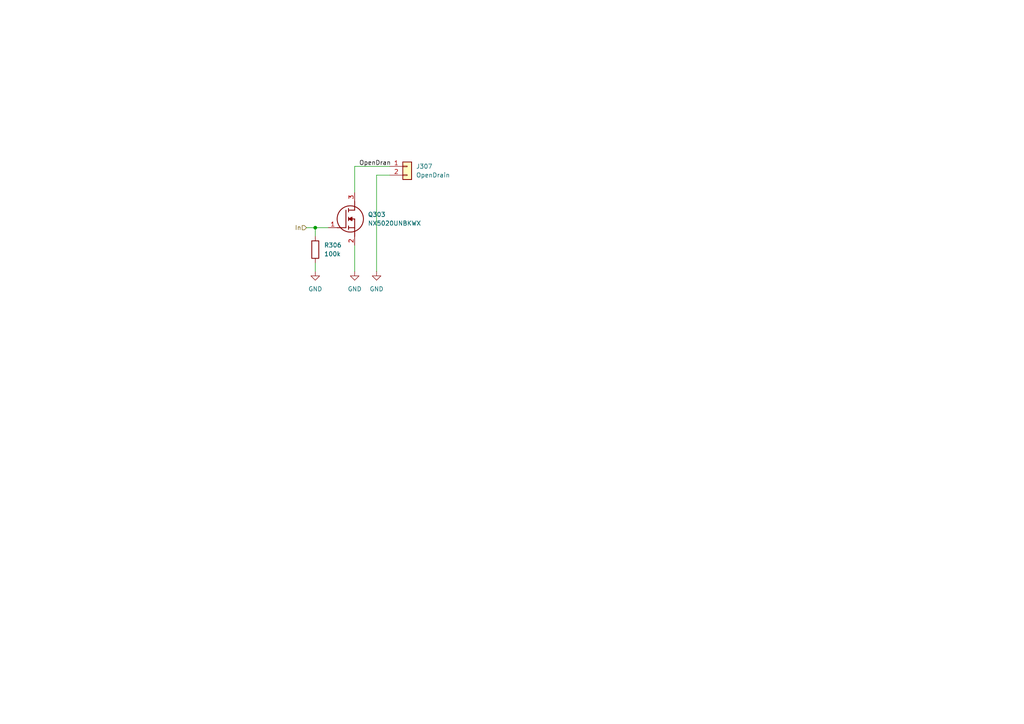
<source format=kicad_sch>
(kicad_sch (version 20250114) (generator "eeschema") (generator_version "9.0")
  (paper "A4")
  (lib_symbols
    (symbol "Connector_Generic:Conn_01x02" (pin_names (offset 1.016) (hide yes))
      (property "Reference" "J" (at 0 2.54 0))
      (property "Value" "Conn_01x02" (at 0 -5.08 0))
      (symbol "Conn_01x02_1_1"
        (rectangle (start -1.27 1.27) (end 1.27 -3.81) (stroke (width 0.254)) (fill (type background)))
        (rectangle (start -1.27 0.127) (end 0 -0.127) (stroke (width 0.1524)))
        (rectangle (start -1.27 -2.413) (end 0 -2.667) (stroke (width 0.1524)))
        (pin passive line (at -5.08 0 0) (length 3.81) (name "Pin_1") (number "1"))
        (pin passive line (at -5.08 -2.54 0) (length 3.81) (name "Pin_2") (number "2"))
      )
    )
    (symbol "Device:R" (pin_numbers (hide yes)) (pin_names (offset 0))
      (property "Reference" "R" (at 2.032 0 90))
      (property "Value" "R" (at 0 0 90))
      (symbol "R_0_1"
        (rectangle (start -1.016 -2.54) (end 1.016 2.54) (stroke (width 0.254)))
      )
      (symbol "R_1_1"
        (pin passive line (at 0 3.81 270) (length 1.27) (name "~") (number "1"))
        (pin passive line (at 0 -3.81 90) (length 1.27) (name "~") (number "2"))
      )
    )
    (symbol "SamacSys_Parts:NX5020UNBKWX" (pin_names (hide yes))
      (property "Reference" "Q" (at 11.43 3.81 0))
      (property "Value" "NX5020UNBKWX" (at 11.43 1.27 0))
      (symbol "NX5020UNBKWX_1_1"
        (polyline (pts (xy 2.54 0) (xy 5.08 0)) (stroke (width 0.254)))
        (polyline (pts (xy 5.08 5.08) (xy 5.08 0)) (stroke (width 0.254)))
        (polyline (pts (xy 5.842 5.588) (xy 5.842 4.572)) (stroke (width 0.254)))
        (polyline (pts (xy 5.842 2.54) (xy 6.858 3.048) (xy 6.858 2.032) (xy 5.842 2.54)) (stroke (width 0.254)) (fill (type outline)))
        (polyline (pts (xy 5.842 2.032) (xy 5.842 3.048)) (stroke (width 0.254)))
        (polyline (pts (xy 5.842 0) (xy 7.62 0)) (stroke (width 0.254)))
        (polyline (pts (xy 5.842 -0.508) (xy 5.842 0.508)) (stroke (width 0.254)))
        (circle (center 6.35 2.54) (radius 3.81) (stroke (width 0.254)))
        (polyline (pts (xy 7.62 5.08) (xy 5.842 5.08)) (stroke (width 0.254)))
        (polyline (pts (xy 7.62 5.08) (xy 7.62 7.62)) (stroke (width 0.254)))
        (polyline (pts (xy 7.62 2.54) (xy 5.842 2.54)) (stroke (width 0.254)))
        (polyline (pts (xy 7.62 2.54) (xy 7.62 -2.54)) (stroke (width 0.254)))
        (pin passive line (at 0 0 0) (length 2.54) (name "G") (number "1"))
        (pin passive line (at 7.62 10.16 270) (length 2.54) (name "D") (number "3"))
        (pin passive line (at 7.62 -5.08 90) (length 2.54) (name "S") (number "2"))
      )
    )
    (symbol "power:GND" (power) (pin_numbers (hide yes)) (pin_names (offset 0) (hide yes))
      (property "Value" "GND" (at 0 -3.81 0))
      (symbol "GND_0_1"
        (polyline (pts (xy 0 0) (xy 0 -1.27) (xy 1.27 -1.27) (xy 0 -2.54) (xy -1.27 -1.27) (xy 0 -1.27)))
      )
      (symbol "GND_1_1"
        (pin power_in line (at 0 0 270) (length 0) (name "~") (number "1"))
      )
    )
  )
  (junction (at 91.44 66.04))
  (wire (pts (xy 109.22 50.8) (xy 109.22 78.74)))
  (wire (pts (xy 102.87 55.88) (xy 102.87 48.26)))
  (wire (pts (xy 88.9 66.04) (xy 91.44 66.04)))
  (wire (pts (xy 102.87 71.12) (xy 102.87 78.74)))
  (wire (pts (xy 91.44 66.04) (xy 91.44 68.58)))
  (wire (pts (xy 113.03 50.8) (xy 109.22 50.8)))
  (wire (pts (xy 102.87 48.26) (xy 113.03 48.26)))
  (wire (pts (xy 91.44 78.74) (xy 91.44 76.2)))
  (wire (pts (xy 91.44 66.04) (xy 95.25 66.04)))
  (label "OpenDran" (at 104.14 48.26 0))
  (hierarchical_label "In" (shape input) (at 88.9 66.04 180))
  (symbol (lib_id "power:GND") (at 102.87 78.74 0) (unit 1)
    (property "Reference" "#PWR0340" (effects (hide yes)))
    (property "Value" "GND" (at 102.87 83.82 0))
    (property "Description" "Power symbol creates a global label with name \"GND\" , ground" (effects (hide yes)))
    (instances (project "ESP32_RemoteWetherstation" (path "" (reference "#PWR0344") (unit 1)) (path "" (reference "#PWR0340") (unit 1)) (path "" (reference "#PWR0339") (unit 1)) (path "" (reference "#PWR0347") (unit 1))))
  )
  (symbol (lib_id "power:GND") (at 91.44 78.74 0) (unit 1)
    (property "Reference" "#PWR0338" (effects (hide yes)))
    (property "Value" "GND" (at 91.44 83.82 0))
    (property "Description" "Power symbol creates a global label with name \"GND\" , ground" (effects (hide yes)))
    (instances (project "ESP32_RemoteWetherstation" (path "" (reference "#PWR0343") (unit 1)) (path "" (reference "#PWR0338") (unit 1)) (path "" (reference "#PWR0337") (unit 1)) (path "" (reference "#PWR0346") (unit 1))))
  )
  (symbol (lib_id "Device:R") (at 91.44 72.39 0) (unit 1)
    (property "Reference" "R305" (at 93.98 71.1199 0) (effects (justify left)))
    (property "Value" "100k" (at 93.98 73.6599 0) (effects (justify left)))
    (property "Footprint" "Resistor_SMD:R_0603_1608Metric" (effects (hide yes)))
    (property "Description" "Resistor" (effects (hide yes)))
    (instances (project "ESP32_RemoteWetherstation" (path "" (reference "R306") (unit 1)) (path "" (reference "R305") (unit 1)) (path "" (reference "R304") (unit 1)) (path "" (reference "R307") (unit 1))))
  )
  (symbol (lib_id "power:GND") (at 109.22 78.74 0) (unit 1)
    (property "Reference" "#PWR0342" (effects (hide yes)))
    (property "Value" "GND" (at 109.22 83.82 0))
    (property "Description" "Power symbol creates a global label with name \"GND\" , ground" (effects (hide yes)))
    (instances (project "ESP32_RemoteWetherstation" (path "" (reference "#PWR0345") (unit 1)) (path "" (reference "#PWR0342") (unit 1)) (path "" (reference "#PWR0341") (unit 1)) (path "" (reference "#PWR0348") (unit 1))))
  )
  (symbol (lib_id "Connector_Generic:Conn_01x02") (at 118.11 48.26 0) (unit 1)
    (property "Reference" "J306" (at 120.65 48.2599 0) (effects (justify left)))
    (property "Value" "OpenDrain" (at 120.65 50.7999 0) (effects (justify left)))
    (property "Footprint" "Connector_PinHeader_2.54mm:PinHeader_1x02_P2.54mm_Vertical" (effects (hide yes)))
    (property "Description" "Generic connector, single row, 01x02, script generated (kicad-library-utils/schlib/autogen/connector/)" (effects (hide yes)))
    (instances (project "ESP32_RemoteWetherstation" (path "" (reference "J307") (unit 1)) (path "" (reference "J306") (unit 1)) (path "" (reference "J305") (unit 1)) (path "" (reference "J308") (unit 1))))
  )
  (symbol (lib_id "SamacSys_Parts:NX5020UNBKWX") (at 95.25 66.04 0) (unit 1)
    (property "Reference" "Q302" (at 106.68 62.2299 0) (effects (justify left)))
    (property "Value" "NX5020UNBKWX" (at 106.68 64.7699 0) (effects (justify left)))
    (property "Footprint" "LibKiCad:SOT65P210X110-3N" (effects (hide yes)))
    (property "Datasheet" "https://assets.nexperia.com/documents/data-sheet/NX5020UNBKW.pdf" (effects (hide yes)))
    (property "Description" "50 V, N-channel Trench MOSFET" (effects (hide yes)))
    (property "Height" "1.1" (effects (hide yes)))
    (property "Manufacturer_Name" "Nexperia" (effects (hide yes)))
    (property "Manufacturer_Part_Number" "NX5020UNBKWX" (effects (hide yes)))
    (instances (project "ESP32_RemoteWetherstation" (path "" (reference "Q303") (unit 1)) (path "" (reference "Q302") (unit 1)) (path "" (reference "Q301") (unit 1)) (path "" (reference "Q304") (unit 1))))
  )
)
</source>
